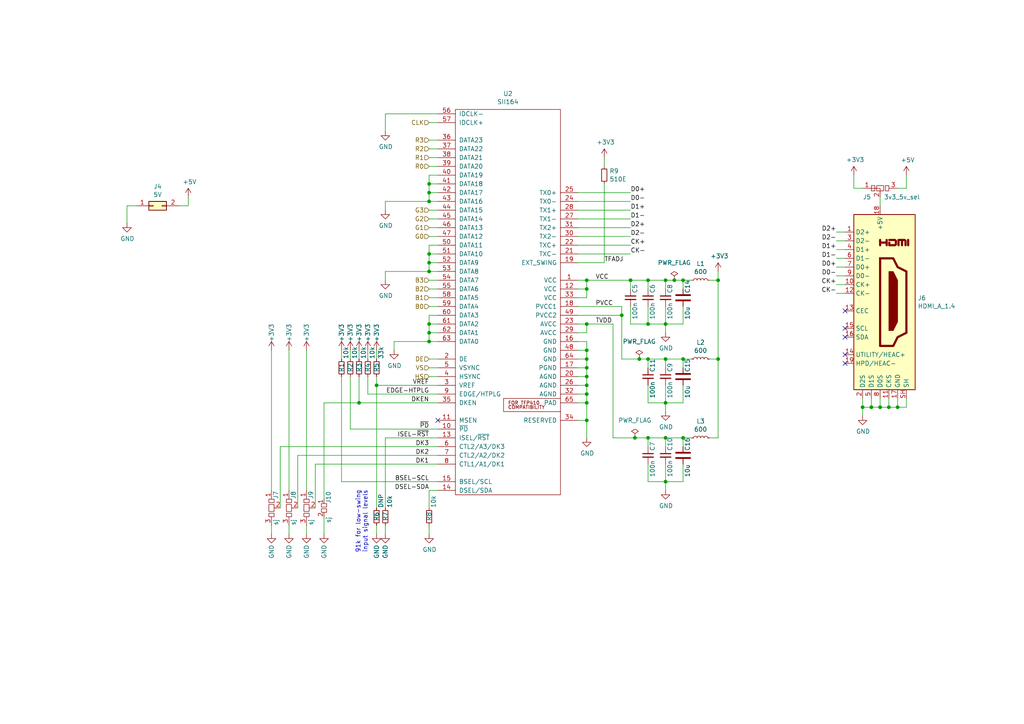
<source format=kicad_sch>
(kicad_sch (version 20230121) (generator eeschema)
  (paper "A4")
  (title_block (title "Xosera rosco_m68k daughterboard") (date "2023-12-21") (rev "0") (company "The Really Old-School Company Limited & XarkLabs") (comment 1 "Copyright (c)2023") (comment 2 "CERN OHL & MIT License"))
  (lib_symbols
    (symbol "Connector:HDMI_A_1.4"
      (property "Reference" "J" (at -6.35 26.67 0))
      (property "Value" "HDMI_A_1.4" (at 10.16 26.67 0))
      (symbol "HDMI_A_1.4_0_0"
        (polyline (pts (xy 8.128 16.51) (xy 8.128 18.034)) (stroke (width 0.635)))
        (polyline (pts (xy 0 16.51) (xy 0 18.034) (xy 0 17.272) (xy 1.905 17.272) (xy 1.905 18.034) (xy 1.905 16.51)) (stroke (width 0.635)))
        (polyline (pts (xy 2.667 18.034) (xy 4.318 18.034) (xy 4.572 17.78) (xy 4.572 16.764) (xy 4.318 16.51) (xy 2.667 16.51) (xy 2.667 17.272)) (stroke (width 0.635)))
      )
      (symbol "HDMI_A_1.4_0_1"
        (rectangle (start -7.62 25.4) (end 10.16 -25.4) (stroke (width 0.254)) (fill (type background)))
        (polyline (pts (xy 2.54 8.89) (xy 3.81 8.89) (xy 5.08 6.35) (xy 5.08 -5.715) (xy 3.81 -8.255) (xy 2.54 -8.255) (xy 2.54 8.89)) (fill (type outline)))
        (polyline (pts (xy 5.334 16.51) (xy 5.334 18.034) (xy 6.35 18.034) (xy 6.35 16.51) (xy 6.35 18.034) (xy 7.112 18.034) (xy 7.366 17.78) (xy 7.366 16.51)) (stroke (width 0.635)))
        (polyline (pts (xy 0 12.7) (xy 0 -12.7) (xy 3.81 -12.7) (xy 5.08 -10.16) (xy 7.62 -8.89) (xy 7.62 8.89) (xy 5.08 10.16) (xy 3.81 12.7) (xy 0 12.7)) (stroke (width 0.635)))
      )
      (symbol "HDMI_A_1.4_1_1"
        (pin passive line (at -10.16 20.32 0) (length 2.54) (name "D2+") (number "1"))
        (pin passive line (at -10.16 5.08 0) (length 2.54) (name "CK+") (number "10"))
        (pin power_in line (at 2.54 -27.94 90) (length 2.54) (name "CKS") (number "11"))
        (pin passive line (at -10.16 2.54 0) (length 2.54) (name "CK-") (number "12"))
        (pin bidirectional line (at -10.16 -2.54 0) (length 2.54) (name "CEC") (number "13"))
        (pin passive line (at -10.16 -15.24 0) (length 2.54) (name "UTILITY/HEAC+") (number "14"))
        (pin passive line (at -10.16 -7.62 0) (length 2.54) (name "SCL") (number "15"))
        (pin bidirectional line (at -10.16 -10.16 0) (length 2.54) (name "SDA") (number "16"))
        (pin power_in line (at 5.08 -27.94 90) (length 2.54) (name "GND") (number "17"))
        (pin power_in line (at 0 27.94 270) (length 2.54) (name "+5V") (number "18"))
        (pin passive line (at -10.16 -17.78 0) (length 2.54) (name "HPD/HEAC-") (number "19"))
        (pin power_in line (at -5.08 -27.94 90) (length 2.54) (name "D2S") (number "2"))
        (pin passive line (at -10.16 17.78 0) (length 2.54) (name "D2-") (number "3"))
        (pin passive line (at -10.16 15.24 0) (length 2.54) (name "D1+") (number "4"))
        (pin power_in line (at -2.54 -27.94 90) (length 2.54) (name "D1S") (number "5"))
        (pin passive line (at -10.16 12.7 0) (length 2.54) (name "D1-") (number "6"))
        (pin passive line (at -10.16 10.16 0) (length 2.54) (name "D0+") (number "7"))
        (pin power_in line (at 0 -27.94 90) (length 2.54) (name "D0S") (number "8"))
        (pin passive line (at -10.16 7.62 0) (length 2.54) (name "D0-") (number "9"))
        (pin passive line (at 7.62 -27.94 90) (length 2.54) (name "SH") (number "SH"))
      )
    )
    (symbol "Connector_Generic:Conn_02x01" (pin_names (offset 1.016) hide)
      (property "Reference" "J" (at 1.27 2.54 0))
      (property "Value" "Conn_02x01" (at 1.27 -2.54 0))
      (symbol "Conn_02x01_1_1"
        (rectangle (start -1.27 0.127) (end 0 -0.127) (stroke (width 0.1524)))
        (rectangle (start -1.27 1.27) (end 3.81 -1.27) (stroke (width 0.254)) (fill (type background)))
        (rectangle (start 3.81 0.127) (end 2.54 -0.127) (stroke (width 0.1524)))
        (pin passive line (at -5.08 0 0) (length 3.81) (name "Pin_1") (number "1"))
        (pin passive line (at 7.62 0 180) (length 3.81) (name "Pin_2") (number "2"))
      )
    )
    (symbol "Device:R_Small" (pin_numbers hide) (pin_names (offset 0.254) hide)
      (property "Reference" "R" (at 0.762 0.508 0))
      (property "Value" "R_Small" (at 0.762 -1.016 0))
      (symbol "R_Small_0_1"
        (rectangle (start -0.762 1.778) (end 0.762 -1.778) (stroke (width 0.2032)))
      )
      (symbol "R_Small_1_1"
        (pin passive line (at 0 2.54 270) (length 0.762) (name "~") (number "1"))
        (pin passive line (at 0 -2.54 90) (length 0.762) (name "~") (number "2"))
      )
    )
    (symbol "dvi-12bit-rescue:SII164-pkl_lattice" (pin_names (offset 1.016))
      (property "Reference" "U" (at 0 55.88 0))
      (property "Value" "pkl_lattice_SII164" (at 0 -58.42 0))
      (symbol "SII164-pkl_lattice_0_0"
        (polyline (pts (xy 15.24 -29.21) (xy 0 -29.21) (xy -1.27 -29.21) (xy -1.27 -33.02) (xy 15.24 -33.02)))
        (text "COMPATIBILITY" (at 0 -31.75 0) (effects (font (size 0.9906 0.9906)) (justify left)))
        (text "FOR TFP410 " (at 0 -30.48 0) (effects (font (size 0.9906 0.9906)) (justify left)))
      )
      (symbol "SII164-pkl_lattice_0_1"
        (rectangle (start -15.24 54.61) (end 15.24 -57.15))
      )
      (symbol "SII164-pkl_lattice_1_1"
        (pin power_in line (at 20.32 5.08 180) (length 5.08) (name "VCC") (number "1"))
        (pin input line (at -20.32 -38.1 0) (length 5.08) (name "~{PD}") (number "10"))
        (pin output line (at -20.32 -35.56 0) (length 5.08) (name "MSEN") (number "11"))
        (pin power_in line (at 20.32 2.54 180) (length 5.08) (name "VCC") (number "12"))
        (pin input line (at -20.32 -40.64 0) (length 5.08) (name "ISEL/~{RST}") (number "13"))
        (pin input line (at -20.32 -55.88 0) (length 5.08) (name "DSEL/SDA") (number "14"))
        (pin input line (at -20.32 -53.34 0) (length 5.08) (name "BSEL/SCL") (number "15"))
        (pin power_in line (at 20.32 -12.7 180) (length 5.08) (name "GND") (number "16"))
        (pin power_in line (at 20.32 -20.32 180) (length 5.08) (name "PGND") (number "17"))
        (pin power_in line (at 20.32 -2.54 180) (length 5.08) (name "PVCC1") (number "18"))
        (pin input line (at 20.32 10.16 180) (length 5.08) (name "EXT_SWING") (number "19"))
        (pin input line (at -20.32 -17.78 0) (length 5.08) (name "DE") (number "2"))
        (pin power_in line (at 20.32 -22.86 180) (length 5.08) (name "AGND") (number "20"))
        (pin output line (at 20.32 12.7 180) (length 5.08) (name "TXC-") (number "21"))
        (pin output line (at 20.32 15.24 180) (length 5.08) (name "TXC+") (number "22"))
        (pin power_in line (at 20.32 -7.62 180) (length 5.08) (name "AVCC") (number "23"))
        (pin output line (at 20.32 27.94 180) (length 5.08) (name "TX0-") (number "24"))
        (pin output line (at 20.32 30.48 180) (length 5.08) (name "TX0+") (number "25"))
        (pin power_in line (at 20.32 -25.4 180) (length 5.08) (name "AGND") (number "26"))
        (pin output line (at 20.32 22.86 180) (length 5.08) (name "TX1-") (number "27"))
        (pin output line (at 20.32 25.4 180) (length 5.08) (name "TX1+") (number "28"))
        (pin power_in line (at 20.32 -10.16 180) (length 5.08) (name "AVCC") (number "29"))
        (pin input line (at -20.32 -25.4 0) (length 5.08) (name "VREF") (number "3"))
        (pin output line (at 20.32 17.78 180) (length 5.08) (name "TX2-") (number "30"))
        (pin output line (at 20.32 20.32 180) (length 5.08) (name "TX2+") (number "31"))
        (pin power_in line (at 20.32 -27.94 180) (length 5.08) (name "AGND") (number "32"))
        (pin power_in line (at 20.32 0 180) (length 5.08) (name "VCC") (number "33"))
        (pin input line (at 20.32 -35.56 180) (length 5.08) (name "RESERVED") (number "34"))
        (pin input line (at -20.32 -30.48 0) (length 5.08) (name "DKEN") (number "35"))
        (pin input line (at -20.32 45.72 0) (length 5.08) (name "DATA23") (number "36"))
        (pin input line (at -20.32 43.18 0) (length 5.08) (name "DATA22") (number "37"))
        (pin input line (at -20.32 40.64 0) (length 5.08) (name "DATA21") (number "38"))
        (pin input line (at -20.32 38.1 0) (length 5.08) (name "DATA20") (number "39"))
        (pin input line (at -20.32 -22.86 0) (length 5.08) (name "HSYNC") (number "4"))
        (pin input line (at -20.32 35.56 0) (length 5.08) (name "DATA19") (number "40"))
        (pin input line (at -20.32 33.02 0) (length 5.08) (name "DATA18") (number "41"))
        (pin input line (at -20.32 30.48 0) (length 5.08) (name "DATA17") (number "42"))
        (pin input line (at -20.32 27.94 0) (length 5.08) (name "DATA16") (number "43"))
        (pin input line (at -20.32 25.4 0) (length 5.08) (name "DATA15") (number "44"))
        (pin input line (at -20.32 22.86 0) (length 5.08) (name "DATA14") (number "45"))
        (pin input line (at -20.32 20.32 0) (length 5.08) (name "DATA13") (number "46"))
        (pin input line (at -20.32 17.78 0) (length 5.08) (name "DATA12") (number "47"))
        (pin power_in line (at 20.32 -15.24 180) (length 5.08) (name "GND") (number "48"))
        (pin power_in line (at 20.32 -5.08 180) (length 5.08) (name "PVCC2") (number "49"))
        (pin input line (at -20.32 -20.32 0) (length 5.08) (name "VSYNC") (number "5"))
        (pin input line (at -20.32 15.24 0) (length 5.08) (name "DATA11") (number "50"))
        (pin input line (at -20.32 12.7 0) (length 5.08) (name "DATA10") (number "51"))
        (pin input line (at -20.32 10.16 0) (length 5.08) (name "DATA9") (number "52"))
        (pin input line (at -20.32 7.62 0) (length 5.08) (name "DATA8") (number "53"))
        (pin input line (at -20.32 5.08 0) (length 5.08) (name "DATA7") (number "54"))
        (pin input line (at -20.32 2.54 0) (length 5.08) (name "DATA6") (number "55"))
        (pin input line (at -20.32 53.34 0) (length 5.08) (name "IDCLK-") (number "56"))
        (pin input line (at -20.32 50.8 0) (length 5.08) (name "IDCLK+") (number "57"))
        (pin input line (at -20.32 0 0) (length 5.08) (name "DATA5") (number "58"))
        (pin input line (at -20.32 -2.54 0) (length 5.08) (name "DATA4") (number "59"))
        (pin input line (at -20.32 -43.18 0) (length 5.08) (name "CTL2/A3/DK3") (number "6"))
        (pin input line (at -20.32 -5.08 0) (length 5.08) (name "DATA3") (number "60"))
        (pin input line (at -20.32 -7.62 0) (length 5.08) (name "DATA2") (number "61"))
        (pin input line (at -20.32 -10.16 0) (length 5.08) (name "DATA1") (number "62"))
        (pin input line (at -20.32 -12.7 0) (length 5.08) (name "DATA0") (number "63"))
        (pin power_in line (at 20.32 -17.78 180) (length 5.08) (name "GND") (number "64"))
        (pin power_in line (at 20.32 -30.48 180) (length 5.08) (name "PAD") (number "65"))
        (pin input line (at -20.32 -45.72 0) (length 5.08) (name "CTL2/A2/DK2") (number "7"))
        (pin input line (at -20.32 -48.26 0) (length 5.08) (name "CTL1/A1/DK1") (number "8"))
        (pin input line (at -20.32 -27.94 0) (length 5.08) (name "EDGE/HTPLG") (number "9"))
      )
    )
    (symbol "dvi-12bit-rescue:pkl_C-pkl_device" (pin_numbers hide) (pin_names (offset 0.254))
      (property "Reference" "C" (at 0.635 2.54 0))
      (property "Value" "pkl_device_pkl_C" (at 0.635 -2.54 0))
      (symbol "pkl_C-pkl_device_0_1"
        (polyline (pts (xy -2.032 -0.762) (xy 2.032 -0.762)) (stroke (width 0.508)))
        (polyline (pts (xy -2.032 0.762) (xy 2.032 0.762)) (stroke (width 0.508)))
      )
      (symbol "pkl_C-pkl_device_1_1"
        (pin passive line (at 0 2.54 270) (length 1.524) (name "~") (number "1"))
        (pin passive line (at 0 -2.54 90) (length 1.524) (name "~") (number "2"))
      )
    )
    (symbol "dvi-12bit-rescue:pkl_C_Small-pkl_device" (pin_numbers hide) (pin_names (offset 0.254) hide)
      (property "Reference" "C" (at 0.254 1.778 0))
      (property "Value" "pkl_device_pkl_C_Small" (at 0.254 -2.032 0))
      (symbol "pkl_C_Small-pkl_device_0_1"
        (polyline (pts (xy -1.524 -0.508) (xy 1.524 -0.508)) (stroke (width 0.3302)))
        (polyline (pts (xy -1.524 0.508) (xy 1.524 0.508)) (stroke (width 0.3048)))
      )
      (symbol "pkl_C_Small-pkl_device_1_1"
        (pin passive line (at 0 2.54 270) (length 1.905) (name "~") (number "1"))
        (pin passive line (at 0 -2.54 90) (length 2.032) (name "~") (number "2"))
      )
    )
    (symbol "dvi-12bit-rescue:pkl_L_Small-pkl_device" (pin_numbers hide) (pin_names (offset 0) hide)
      (property "Reference" "L" (at 1.524 1.27 0))
      (property "Value" "pkl_device_pkl_L_Small" (at 1.524 -1.27 0))
      (symbol "pkl_L_Small-pkl_device_0_1"
        (arc (start 0 -2.032) (mid 0.5058 -1.524) (end 0 -1.016))
        (arc (start 0 -1.016) (mid 0.5058 -0.508) (end 0 0))
        (arc (start 0 0) (mid 0.5058 0.508) (end 0 1.016))
        (arc (start 0 1.016) (mid 0.5058 1.524) (end 0 2.032))
      )
      (symbol "pkl_L_Small-pkl_device_1_1"
        (pin input line (at 0 -2.54 90) (length 0.508) (name "1") (number "1"))
        (pin input line (at 0 2.54 270) (length 0.508) (name "2") (number "2"))
      )
    )
    (symbol "dvi-12bit-rescue:pkl_double_jumper-pkl_misc" (pin_names (offset 1.016))
      (property "Reference" "J" (at 0 -2.54 0))
      (property "Value" "pkl_misc_pkl_double_jumper" (at 0 -5.08 0))
      (symbol "pkl_double_jumper-pkl_misc_0_0"
        (polyline (pts (xy 0 1.27) (xy 0 0.762)))
      )
      (symbol "pkl_double_jumper-pkl_misc_0_1"
        (rectangle (start 1.524 0.762) (end 2.54 -0.762))
      )
      (symbol "pkl_double_jumper-pkl_misc_1_1"
        (rectangle (start -2.54 0.762) (end -1.524 -0.762))
        (rectangle (start -1.016 0.762) (end 1.016 -0.762))
        (pin passive line (at -5.08 0 0) (length 2.54) (name "~") (number "1"))
        (pin passive line (at 0 2.54 270) (length 1.27) (name "~") (number "2"))
        (pin passive line (at 5.08 0 180) (length 2.54) (name "~") (number "3"))
      )
    )
    (symbol "dvi-12bit-rescue:pkl_double_jumper_ncno-pkl_misc" (pin_names (offset 1.016))
      (property "Reference" "J" (at 0 -2.54 0))
      (property "Value" "pkl_misc_pkl_double_jumper_ncno" (at 0 -5.08 0))
      (symbol "pkl_double_jumper_ncno-pkl_misc_0_1"
        (polyline (pts (xy 0 1.27) (xy 0 0) (xy -2.54 0)))
        (rectangle (start 1.524 0.762) (end 2.54 -0.762))
      )
      (symbol "pkl_double_jumper_ncno-pkl_misc_1_1"
        (rectangle (start -2.54 0.762) (end -1.524 -0.762))
        (rectangle (start -1.016 0.762) (end 1.016 -0.762))
        (pin passive line (at -5.08 0 0) (length 2.54) (name "~") (number "1"))
        (pin passive line (at 0 2.54 270) (length 1.27) (name "~") (number "2"))
        (pin passive line (at 5.08 0 180) (length 2.54) (name "~") (number "3"))
      )
    )
    (symbol "dvi-12bit-rescue:pkl_jumper-pkl_misc" (pin_names (offset 1.016))
      (property "Reference" "J" (at 2.54 -2.54 0))
      (property "Value" "pkl_misc_pkl_jumper" (at 0 3.81 0))
      (symbol "pkl_jumper-pkl_misc_0_1"
        (rectangle (start -1.27 0.762) (end -0.254 -0.762))
        (rectangle (start 0.254 0.762) (end 1.27 -0.762))
      )
      (symbol "pkl_jumper-pkl_misc_1_1"
        (pin passive line (at -2.54 0 0) (length 1.27) (name "~") (number "1"))
        (pin passive line (at 2.54 0 180) (length 1.27) (name "~") (number "2"))
      )
    )
    (symbol "power:+3V3" (power) (pin_names (offset 0))
      (property "Value" "+3V3" (at 0 3.556 0))
      (symbol "+3V3_0_1"
        (polyline (pts (xy -0.762 1.27) (xy 0 2.54)))
        (polyline (pts (xy 0 0) (xy 0 2.54)))
        (polyline (pts (xy 0 2.54) (xy 0.762 1.27)))
      )
      (symbol "+3V3_1_1"
        (pin power_in line (at 0 0 90) (length 0) hide (name "+3V3") (number "1"))
      )
    )
    (symbol "power:+5V" (power) (pin_names (offset 0))
      (property "Value" "+5V" (at 0 3.556 0))
      (symbol "+5V_0_1"
        (polyline (pts (xy -0.762 1.27) (xy 0 2.54)))
        (polyline (pts (xy 0 0) (xy 0 2.54)))
        (polyline (pts (xy 0 2.54) (xy 0.762 1.27)))
      )
      (symbol "+5V_1_1"
        (pin power_in line (at 0 0 90) (length 0) hide (name "+5V") (number "1"))
      )
    )
    (symbol "power:GND" (power) (pin_names (offset 0))
      (property "Value" "GND" (at 0 -3.81 0))
      (symbol "GND_0_1"
        (polyline (pts (xy 0 0) (xy 0 -1.27) (xy 1.27 -1.27) (xy 0 -2.54) (xy -1.27 -1.27) (xy 0 -1.27)))
      )
      (symbol "GND_1_1"
        (pin power_in line (at 0 0 270) (length 0) hide (name "GND") (number "1"))
      )
    )
    (symbol "power:PWR_FLAG" (power) (pin_numbers hide) (pin_names (offset 0) hide)
      (property "Value" "PWR_FLAG" (at 0 3.81 0))
      (symbol "PWR_FLAG_0_0"
        (pin power_out line (at 0 0 90) (length 0) (name "pwr") (number "1"))
      )
      (symbol "PWR_FLAG_0_1"
        (polyline (pts (xy 0 0) (xy 0 1.27) (xy -1.016 1.905) (xy 0 2.54) (xy 1.016 1.905) (xy 0 1.27)))
      )
    )
  )
  (junction (at 257.81 118.11))
  (junction (at 124.46 99.06))
  (junction (at 193.04 116.84))
  (junction (at 182.88 81.28))
  (junction (at 170.18 109.22))
  (junction (at 124.46 73.66))
  (junction (at 198.12 104.14))
  (junction (at 193.04 104.14))
  (junction (at 180.34 91.44))
  (junction (at 170.18 81.28))
  (junction (at 109.22 111.76))
  (junction (at 170.18 101.6))
  (junction (at 187.96 127))
  (junction (at 187.96 81.28))
  (junction (at 124.46 93.98))
  (junction (at 124.46 53.34))
  (junction (at 198.12 81.28))
  (junction (at 195.58 81.28))
  (junction (at 170.18 121.92))
  (junction (at 193.04 81.28))
  (junction (at 185.42 104.14))
  (junction (at 193.04 127))
  (junction (at 170.18 106.68))
  (junction (at 124.46 76.2))
  (junction (at 187.96 93.98))
  (junction (at 104.14 116.84))
  (junction (at 187.96 104.14))
  (junction (at 193.04 139.7))
  (junction (at 255.27 118.11))
  (junction (at 124.46 78.74))
  (junction (at 193.04 93.98))
  (junction (at 124.46 58.42))
  (junction (at 170.18 83.82))
  (junction (at 184.15 127))
  (junction (at 170.18 114.3))
  (junction (at 170.18 104.14))
  (junction (at 198.12 127))
  (junction (at 208.28 104.14))
  (junction (at 124.46 55.88))
  (junction (at 124.46 96.52))
  (junction (at 260.35 118.11))
  (junction (at 170.18 93.98))
  (junction (at 208.28 81.28))
  (junction (at 252.73 118.11))
  (junction (at 170.18 111.76))
  (junction (at 250.19 118.11))
  (junction (at 170.18 116.84))
  (no_connect (at 127 121.92))
  (no_connect (at 245.11 90.17))
  (no_connect (at 245.11 102.87))
  (no_connect (at 245.11 97.79))
  (no_connect (at 245.11 95.25))
  (no_connect (at 245.11 105.41))
  (wire (pts (xy 187.96 127) (xy 187.96 129.54)))
  (wire (pts (xy 127 63.5) (xy 124.46 63.5)))
  (wire (pts (xy 257.81 118.11) (xy 255.27 118.11)))
  (wire (pts (xy 39.37 59.69) (xy 36.83 59.69)))
  (wire (pts (xy 245.11 77.47) (xy 242.57 77.47)))
  (wire (pts (xy 124.46 55.88) (xy 124.46 53.34)))
  (wire (pts (xy 93.98 144.78) (xy 93.98 116.84)))
  (wire (pts (xy 104.14 116.84) (xy 127 116.84)))
  (wire (pts (xy 127 142.24) (xy 124.46 142.24)))
  (wire (pts (xy 81.28 129.54) (xy 81.28 147.32)))
  (wire (pts (xy 167.64 99.06) (xy 170.18 99.06)))
  (wire (pts (xy 127 71.12) (xy 124.46 71.12)))
  (wire (pts (xy 198.12 104.14) (xy 200.66 104.14)))
  (wire (pts (xy 187.96 88.9) (xy 187.96 93.98)))
  (wire (pts (xy 81.28 129.54) (xy 127 129.54)))
  (wire (pts (xy 88.9 152.4) (xy 88.9 154.94)))
  (wire (pts (xy 86.36 147.32) (xy 86.36 132.08)))
  (wire (pts (xy 83.82 142.24) (xy 83.82 101.6)))
  (wire (pts (xy 114.3 99.06) (xy 124.46 99.06)))
  (wire (pts (xy 127 58.42) (xy 124.46 58.42)))
  (wire (pts (xy 187.96 104.14) (xy 187.96 106.68)))
  (wire (pts (xy 245.11 80.01) (xy 242.57 80.01)))
  (wire (pts (xy 184.15 127) (xy 187.96 127)))
  (wire (pts (xy 109.22 152.4) (xy 109.22 154.94)))
  (wire (pts (xy 175.26 76.2) (xy 175.26 53.34)))
  (wire (pts (xy 245.11 74.93) (xy 242.57 74.93)))
  (wire (pts (xy 124.46 99.06) (xy 124.46 96.52)))
  (wire (pts (xy 187.96 116.84) (xy 193.04 116.84)))
  (wire (pts (xy 109.22 111.76) (xy 109.22 147.32)))
  (wire (pts (xy 208.28 81.28) (xy 208.28 78.74)))
  (wire (pts (xy 195.58 81.28) (xy 198.12 81.28)))
  (wire (pts (xy 187.96 127) (xy 193.04 127)))
  (wire (pts (xy 99.06 104.14) (xy 99.06 101.6)))
  (wire (pts (xy 101.6 124.46) (xy 101.6 109.22)))
  (wire (pts (xy 170.18 121.92) (xy 170.18 127)))
  (wire (pts (xy 170.18 101.6) (xy 170.18 104.14)))
  (wire (pts (xy 245.11 67.31) (xy 242.57 67.31)))
  (wire (pts (xy 127 48.26) (xy 124.46 48.26)))
  (wire (pts (xy 127 45.72) (xy 124.46 45.72)))
  (wire (pts (xy 167.64 104.14) (xy 170.18 104.14)))
  (wire (pts (xy 187.96 81.28) (xy 182.88 81.28)))
  (wire (pts (xy 252.73 118.11) (xy 250.19 118.11)))
  (wire (pts (xy 93.98 149.86) (xy 93.98 154.94)))
  (wire (pts (xy 52.07 59.69) (xy 54.61 59.69)))
  (wire (pts (xy 93.98 116.84) (xy 104.14 116.84)))
  (wire (pts (xy 54.61 59.69) (xy 54.61 57.15)))
  (wire (pts (xy 205.74 127) (xy 208.28 127)))
  (wire (pts (xy 177.8 93.98) (xy 177.8 127)))
  (wire (pts (xy 111.76 127) (xy 127 127)))
  (wire (pts (xy 127 53.34) (xy 124.46 53.34)))
  (wire (pts (xy 167.64 68.58) (xy 182.88 68.58)))
  (wire (pts (xy 127 91.44) (xy 124.46 91.44)))
  (wire (pts (xy 167.64 81.28) (xy 170.18 81.28)))
  (wire (pts (xy 250.19 54.61) (xy 247.65 54.61)))
  (wire (pts (xy 193.04 139.7) (xy 193.04 142.24)))
  (wire (pts (xy 198.12 93.98) (xy 198.12 88.9)))
  (wire (pts (xy 177.8 127) (xy 184.15 127)))
  (wire (pts (xy 167.64 116.84) (xy 170.18 116.84)))
  (wire (pts (xy 187.96 93.98) (xy 193.04 93.98)))
  (wire (pts (xy 187.96 81.28) (xy 187.96 83.82)))
  (wire (pts (xy 193.04 104.14) (xy 193.04 106.68)))
  (wire (pts (xy 101.6 124.46) (xy 127 124.46)))
  (wire (pts (xy 127 43.18) (xy 124.46 43.18)))
  (wire (pts (xy 127 88.9) (xy 124.46 88.9)))
  (wire (pts (xy 106.68 104.14) (xy 106.68 101.6)))
  (wire (pts (xy 180.34 91.44) (xy 180.34 104.14)))
  (wire (pts (xy 127 111.76) (xy 109.22 111.76)))
  (wire (pts (xy 170.18 104.14) (xy 170.18 106.68)))
  (wire (pts (xy 167.64 83.82) (xy 170.18 83.82)))
  (wire (pts (xy 262.89 115.57) (xy 262.89 118.11)))
  (wire (pts (xy 260.35 54.61) (xy 262.89 54.61)))
  (wire (pts (xy 109.22 111.76) (xy 109.22 109.22)))
  (wire (pts (xy 99.06 139.7) (xy 127 139.7)))
  (wire (pts (xy 124.46 81.28) (xy 127 81.28)))
  (wire (pts (xy 198.12 127) (xy 198.12 129.54)))
  (wire (pts (xy 193.04 93.98) (xy 198.12 93.98)))
  (wire (pts (xy 187.96 104.14) (xy 193.04 104.14)))
  (wire (pts (xy 104.14 101.6) (xy 104.14 104.14)))
  (wire (pts (xy 127 66.04) (xy 124.46 66.04)))
  (wire (pts (xy 167.64 111.76) (xy 170.18 111.76)))
  (wire (pts (xy 127 96.52) (xy 124.46 96.52)))
  (wire (pts (xy 124.46 96.52) (xy 124.46 93.98)))
  (wire (pts (xy 111.76 33.02) (xy 127 33.02)))
  (wire (pts (xy 78.74 142.24) (xy 78.74 101.6)))
  (wire (pts (xy 250.19 118.11) (xy 250.19 120.65)))
  (wire (pts (xy 167.64 76.2) (xy 175.26 76.2)))
  (wire (pts (xy 167.64 66.04) (xy 182.88 66.04)))
  (wire (pts (xy 198.12 116.84) (xy 198.12 111.76)))
  (wire (pts (xy 262.89 118.11) (xy 260.35 118.11)))
  (wire (pts (xy 124.46 78.74) (xy 111.76 78.74)))
  (wire (pts (xy 193.04 81.28) (xy 195.58 81.28)))
  (wire (pts (xy 127 99.06) (xy 124.46 99.06)))
  (wire (pts (xy 170.18 116.84) (xy 170.18 121.92)))
  (wire (pts (xy 127 104.14) (xy 124.46 104.14)))
  (wire (pts (xy 187.96 134.62) (xy 187.96 139.7)))
  (wire (pts (xy 170.18 86.36) (xy 170.18 83.82)))
  (wire (pts (xy 111.76 38.1) (xy 111.76 33.02)))
  (wire (pts (xy 193.04 93.98) (xy 193.04 96.52)))
  (wire (pts (xy 193.04 127) (xy 198.12 127)))
  (wire (pts (xy 257.81 115.57) (xy 257.81 118.11)))
  (wire (pts (xy 167.64 121.92) (xy 170.18 121.92)))
  (wire (pts (xy 167.64 86.36) (xy 170.18 86.36)))
  (wire (pts (xy 167.64 93.98) (xy 170.18 93.98)))
  (wire (pts (xy 180.34 91.44) (xy 167.64 91.44)))
  (wire (pts (xy 167.64 60.96) (xy 182.88 60.96)))
  (wire (pts (xy 109.22 101.6) (xy 109.22 104.14)))
  (wire (pts (xy 193.04 111.76) (xy 193.04 116.84)))
  (wire (pts (xy 167.64 63.5) (xy 182.88 63.5)))
  (wire (pts (xy 127 78.74) (xy 124.46 78.74)))
  (wire (pts (xy 124.46 73.66) (xy 124.46 71.12)))
  (wire (pts (xy 245.11 82.55) (xy 242.57 82.55)))
  (wire (pts (xy 255.27 57.15) (xy 255.27 59.69)))
  (wire (pts (xy 124.46 53.34) (xy 124.46 50.8)))
  (wire (pts (xy 104.14 116.84) (xy 104.14 109.22)))
  (wire (pts (xy 245.11 85.09) (xy 242.57 85.09)))
  (wire (pts (xy 124.46 40.64) (xy 127 40.64)))
  (wire (pts (xy 255.27 118.11) (xy 252.73 118.11)))
  (wire (pts (xy 262.89 54.61) (xy 262.89 50.8)))
  (wire (pts (xy 167.64 73.66) (xy 182.88 73.66)))
  (wire (pts (xy 180.34 104.14) (xy 185.42 104.14)))
  (wire (pts (xy 124.46 60.96) (xy 127 60.96)))
  (wire (pts (xy 124.46 76.2) (xy 124.46 73.66)))
  (wire (pts (xy 185.42 104.14) (xy 187.96 104.14)))
  (wire (pts (xy 78.74 152.4) (xy 78.74 154.94)))
  (wire (pts (xy 167.64 101.6) (xy 170.18 101.6)))
  (wire (pts (xy 124.46 152.4) (xy 124.46 154.94)))
  (wire (pts (xy 167.64 71.12) (xy 182.88 71.12)))
  (wire (pts (xy 193.04 139.7) (xy 198.12 139.7)))
  (wire (pts (xy 167.64 88.9) (xy 180.34 88.9)))
  (wire (pts (xy 193.04 116.84) (xy 193.04 119.38)))
  (wire (pts (xy 245.11 72.39) (xy 242.57 72.39)))
  (wire (pts (xy 170.18 99.06) (xy 170.18 101.6)))
  (wire (pts (xy 127 93.98) (xy 124.46 93.98)))
  (wire (pts (xy 167.64 106.68) (xy 170.18 106.68)))
  (wire (pts (xy 187.96 111.76) (xy 187.96 116.84)))
  (wire (pts (xy 193.04 81.28) (xy 187.96 81.28)))
  (wire (pts (xy 250.19 115.57) (xy 250.19 118.11)))
  (wire (pts (xy 170.18 114.3) (xy 170.18 116.84)))
  (wire (pts (xy 200.66 81.28) (xy 198.12 81.28)))
  (wire (pts (xy 182.88 93.98) (xy 187.96 93.98)))
  (wire (pts (xy 198.12 139.7) (xy 198.12 134.62)))
  (wire (pts (xy 247.65 54.61) (xy 247.65 50.8)))
  (wire (pts (xy 193.04 104.14) (xy 198.12 104.14)))
  (wire (pts (xy 106.68 114.3) (xy 127 114.3)))
  (wire (pts (xy 124.46 58.42) (xy 124.46 55.88)))
  (wire (pts (xy 193.04 116.84) (xy 198.12 116.84)))
  (wire (pts (xy 127 76.2) (xy 124.46 76.2)))
  (wire (pts (xy 198.12 127) (xy 200.66 127)))
  (wire (pts (xy 252.73 115.57) (xy 252.73 118.11)))
  (wire (pts (xy 86.36 132.08) (xy 127 132.08)))
  (wire (pts (xy 205.74 81.28) (xy 208.28 81.28)))
  (wire (pts (xy 167.64 55.88) (xy 182.88 55.88)))
  (wire (pts (xy 83.82 154.94) (xy 83.82 152.4)))
  (wire (pts (xy 127 68.58) (xy 124.46 68.58)))
  (wire (pts (xy 124.46 58.42) (xy 111.76 58.42)))
  (wire (pts (xy 124.46 93.98) (xy 124.46 91.44)))
  (wire (pts (xy 99.06 139.7) (xy 99.06 109.22)))
  (wire (pts (xy 101.6 104.14) (xy 101.6 101.6)))
  (wire (pts (xy 182.88 88.9) (xy 182.88 93.98)))
  (wire (pts (xy 91.44 147.32) (xy 91.44 134.62)))
  (wire (pts (xy 180.34 88.9) (xy 180.34 91.44)))
  (wire (pts (xy 198.12 81.28) (xy 198.12 83.82)))
  (wire (pts (xy 127 73.66) (xy 124.46 73.66)))
  (wire (pts (xy 208.28 81.28) (xy 208.28 104.14)))
  (wire (pts (xy 170.18 96.52) (xy 170.18 93.98)))
  (wire (pts (xy 127 109.22) (xy 124.46 109.22)))
  (wire (pts (xy 193.04 134.62) (xy 193.04 139.7)))
  (wire (pts (xy 111.76 58.42) (xy 111.76 60.96)))
  (wire (pts (xy 36.83 59.69) (xy 36.83 64.77)))
  (wire (pts (xy 170.18 109.22) (xy 170.18 111.76)))
  (wire (pts (xy 260.35 115.57) (xy 260.35 118.11)))
  (wire (pts (xy 111.76 152.4) (xy 111.76 154.94)))
  (wire (pts (xy 124.46 142.24) (xy 124.46 147.32)))
  (wire (pts (xy 208.28 104.14) (xy 205.74 104.14)))
  (wire (pts (xy 193.04 88.9) (xy 193.04 93.98)))
  (wire (pts (xy 167.64 109.22) (xy 170.18 109.22)))
  (wire (pts (xy 245.11 69.85) (xy 242.57 69.85)))
  (wire (pts (xy 127 106.68) (xy 124.46 106.68)))
  (wire (pts (xy 170.18 93.98) (xy 177.8 93.98)))
  (wire (pts (xy 255.27 115.57) (xy 255.27 118.11)))
  (wire (pts (xy 114.3 99.06) (xy 114.3 101.6)))
  (wire (pts (xy 193.04 81.28) (xy 193.04 83.82)))
  (wire (pts (xy 111.76 147.32) (xy 111.76 127)))
  (wire (pts (xy 106.68 114.3) (xy 106.68 109.22)))
  (wire (pts (xy 127 83.82) (xy 124.46 83.82)))
  (wire (pts (xy 170.18 83.82) (xy 170.18 81.28)))
  (wire (pts (xy 167.64 114.3) (xy 170.18 114.3)))
  (wire (pts (xy 167.64 58.42) (xy 182.88 58.42)))
  (wire (pts (xy 187.96 139.7) (xy 193.04 139.7)))
  (wire (pts (xy 170.18 111.76) (xy 170.18 114.3)))
  (wire (pts (xy 182.88 81.28) (xy 170.18 81.28)))
  (wire (pts (xy 127 35.56) (xy 124.46 35.56)))
  (wire (pts (xy 182.88 81.28) (xy 182.88 83.82)))
  (wire (pts (xy 208.28 127) (xy 208.28 104.14)))
  (wire (pts (xy 175.26 48.26) (xy 175.26 45.72)))
  (wire (pts (xy 91.44 134.62) (xy 127 134.62)))
  (wire (pts (xy 167.64 96.52) (xy 170.18 96.52)))
  (wire (pts (xy 127 55.88) (xy 124.46 55.88)))
  (wire (pts (xy 127 86.36) (xy 124.46 86.36)))
  (wire (pts (xy 111.76 78.74) (xy 111.76 81.28)))
  (wire (pts (xy 198.12 104.14) (xy 198.12 106.68)))
  (wire (pts (xy 124.46 78.74) (xy 124.46 76.2)))
  (wire (pts (xy 170.18 106.68) (xy 170.18 109.22)))
  (wire (pts (xy 88.9 142.24) (xy 88.9 101.6)))
  (wire (pts (xy 193.04 127) (xy 193.04 129.54)))
  (wire (pts (xy 260.35 118.11) (xy 257.81 118.11)))
  (wire (pts (xy 127 50.8) (xy 124.46 50.8)))
  (text "91k for low-swing\ninput signal levels" (at 106.68 142.24 90) (effects (font (size 1.27 1.27)) (justify right bottom)))
  (label "DKEN" (at 124.46 116.84 180))
  (label "CK-" (at 182.88 73.66 0))
  (label "PVCC" (at 172.72 88.9 0))
  (label "EDGE-HTPLG" (at 124.46 114.3 180))
  (label "CK-" (at 242.57 85.09 180))
  (label "TVDD" (at 172.72 93.98 0))
  (label "D2+" (at 242.57 67.31 180))
  (label "BSEL-SCL" (at 124.46 139.7 180))
  (label "D1-" (at 182.88 63.5 0))
  (label "D0+" (at 242.57 77.47 180))
  (label "D1+" (at 242.57 72.39 180))
  (label "CK+" (at 242.57 82.55 180))
  (label "D0+" (at 182.88 55.88 0))
  (label "CK+" (at 182.88 71.12 0))
  (label "VCC" (at 172.72 81.28 0))
  (label "TFADJ" (at 175.26 76.2 0))
  (label "D2-" (at 182.88 68.58 0))
  (label "VREF" (at 124.46 111.76 180))
  (label "D0-" (at 242.57 80.01 180))
  (label "DK3" (at 124.46 129.54 180))
  (label "D2+" (at 182.88 66.04 0))
  (label "DK2" (at 124.46 132.08 180))
  (label "D2-" (at 242.57 69.85 180))
  (label "ISEL-~{RST}" (at 124.46 127 180))
  (label "D1-" (at 242.57 74.93 180))
  (label "D1+" (at 182.88 60.96 0))
  (label "DK1" (at 124.46 134.62 180))
  (label "DSEL-SDA" (at 124.46 142.24 180))
  (label "D0-" (at 182.88 58.42 0))
  (label "~{PD}" (at 124.46 124.46 180))
  (hierarchical_label "G3" (shape input) (at 124.46 60.96 180))
  (hierarchical_label "CLK" (shape input) (at 124.46 35.56 180))
  (hierarchical_label "B3" (shape input) (at 124.46 81.28 180))
  (hierarchical_label "G0" (shape input) (at 124.46 68.58 180))
  (hierarchical_label "B1" (shape input) (at 124.46 86.36 180))
  (hierarchical_label "R1" (shape input) (at 124.46 45.72 180))
  (hierarchical_label "R0" (shape input) (at 124.46 48.26 180))
  (hierarchical_label "G1" (shape input) (at 124.46 66.04 180))
  (hierarchical_label "VS" (shape input) (at 124.46 106.68 180))
  (hierarchical_label "DE" (shape input) (at 124.46 104.14 180))
  (hierarchical_label "HS" (shape input) (at 124.46 109.22 180))
  (hierarchical_label "R3" (shape input) (at 124.46 40.64 180))
  (hierarchical_label "B0" (shape input) (at 124.46 88.9 180))
  (hierarchical_label "R2" (shape input) (at 124.46 43.18 180))
  (hierarchical_label "B2" (shape input) (at 124.46 83.82 180))
  (hierarchical_label "G2" (shape input) (at 124.46 63.5 180))
  (symbol (lib_id "power:GND") (at 88.9 154.94 0) (unit 1)
    (property "Reference" "#PWR0129" (effects hide))
    (property "Value" "GND" (at 88.9 160.02 90))
    (instances (project "dvi-12bit" (path "" (reference "#PWR0129") (unit 1))) (project "Xosera2" (path "" (reference "#PWR091") (unit 1))))
  )
  (symbol (lib_id "power:+3V3") (at 109.22 101.6 0) (unit 1)
    (property "Reference" "#PWR0106" (effects hide))
    (property "Value" "+3V3" (at 109.22 96.52 90))
    (instances (project "dvi-12bit" (path "" (reference "#PWR0106") (unit 1))) (project "Xosera2" (path "" (reference "#PWR097") (unit 1))))
  )
  (symbol (lib_id "power:+3V3") (at 175.26 45.72 0) (unit 1)
    (property "Reference" "#PWR0108" (effects hide))
    (property "Value" "+3V3" (at 175.641 41.2496 0))
    (instances (project "dvi-12bit" (path "" (reference "#PWR0108") (unit 1))) (project "Xosera2" (path "" (reference "#PWR0106") (unit 1))))
  )
  (symbol (lib_id "Device:R_Small") (at 175.26 50.8 0) (unit 1)
    (property "Reference" "R9" (at 176.7586 49.6062 0) (effects (justify left)))
    (property "Value" "510E" (at 176.7586 51.9684 0) (effects (justify left)))
    (property "Footprint" "pkl_dipol:R_0402" (effects hide))
    (property "Key" "res-0402-510" (effects hide))
    (property "Source" "ANY" (effects hide))
    (instances (project "dvi-12bit" (path "" (reference "R9") (unit 1))) (project "Xosera2" (path "" (reference "R39") (unit 1))))
  )
  (symbol (lib_id "power:GND") (at 193.04 119.38 0) (unit 1)
    (property "Reference" "#PWR0111" (effects hide))
    (property "Value" "GND" (at 193.167 123.8504 0))
    (instances (project "dvi-12bit" (path "" (reference "#PWR0111") (unit 1))) (project "Xosera2" (path "" (reference "#PWR0108") (unit 1))))
  )
  (symbol (lib_id "dvi-12bit-rescue:pkl_double_jumper_ncno-pkl_misc") (at 255.27 54.61 0) (mirror x) (unit 1)
    (property "Reference" "J5" (at 251.46 57.15 0))
    (property "Value" "3v3_5v_sel" (at 261.62 57.15 0))
    (property "Footprint" "pkl_jumpers:J_NCNO_0903_30" (effects hide))
    (instances (project "dvi-12bit" (path "" (reference "J5") (unit 1))) (project "Xosera2" (path "" (reference "J21") (unit 1))))
  )
  (symbol (lib_id "power:GND") (at 170.18 127 0) (unit 1)
    (property "Reference" "#PWR0103" (effects hide))
    (property "Value" "GND" (at 170.307 131.4704 0))
    (instances (project "dvi-12bit" (path "" (reference "#PWR0103") (unit 1))) (project "Xosera2" (path "" (reference "#PWR0105") (unit 1))))
  )
  (symbol (lib_id "dvi-12bit-rescue:pkl_L_Small-pkl_device") (at 203.2 104.14 90) (unit 1)
    (property "Reference" "L2" (at 203.2 99.314 90))
    (property "Value" "600" (at 203.2 101.6762 90))
    (property "Footprint" "pkl_dipol:L_0402" (effects hide))
    (property "Key" "ferrite-0402-600" (effects hide))
    (property "Source" "ANY" (effects hide))
  )
  (symbol (lib_id "dvi-12bit-rescue:pkl_C_Small-pkl_device") (at 187.96 86.36 0) (unit 1)
    (property "Reference" "C6" (at 189.23 85.09 90) (effects (justify left)))
    (property "Value" "100n" (at 189.23 92.71 90) (effects (justify left)))
    (property "Footprint" "pkl_dipol:C_0402" (effects hide))
    (property "Key" "cap-cer-0402-100n" (effects hide))
    (property "Source" "ANY" (effects hide))
    (instances (project "dvi-12bit" (path "" (reference "C6") (unit 1))) (project "Xosera2" (path "" (reference "C51") (unit 1))))
  )
  (symbol (lib_id "dvi-12bit-rescue:pkl_jumper-pkl_misc") (at 93.98 147.32 270) (unit 1)
    (property "Reference" "J10" (at 95.25 146.05 0) (effects (justify right)))
    (property "Value" "sj" (at 95.25 149.86 0) (effects (justify left)))
    (property "Footprint" "pkl_jumpers:J_0603" (effects hide))
    (instances (project "dvi-12bit" (path "" (reference "J10") (unit 1))) (project "Xosera2" (path "" (reference "J20") (unit 1))))
  )
  (symbol (lib_id "Device:R_Small") (at 104.14 106.68 0) (unit 1)
    (property "Reference" "R3" (at 104.14 107.95 90) (effects (justify left)))
    (property "Value" "10k" (at 105.41 104.14 90) (effects (justify left)))
    (property "Footprint" "pkl_dipol:R_0402" (effects hide))
    (property "Key" "res-0402-10k" (effects hide))
    (property "Source" "ANY" (effects hide))
    (instances (project "dvi-12bit" (path "" (reference "R3") (unit 1))) (project "Xosera2" (path "" (reference "R33") (unit 1))))
  )
  (symbol (lib_id "dvi-12bit-rescue:pkl_C_Small-pkl_device") (at 193.04 132.08 0) (unit 1)
    (property "Reference" "C10" (at 194.31 130.81 90) (effects (justify left)))
    (property "Value" "100n" (at 194.31 138.43 90) (effects (justify left)))
    (property "Footprint" "pkl_dipol:C_0402" (effects hide))
    (property "Key" "cap-cer-0402-100n" (effects hide))
    (property "Source" "ANY" (effects hide))
    (instances (project "dvi-12bit" (path "" (reference "C10") (unit 1))) (project "Xosera2" (path "" (reference "C56") (unit 1))))
  )
  (symbol (lib_id "power:GND") (at 111.76 81.28 0) (unit 1)
    (property "Reference" "#PWR0116" (effects hide))
    (property "Value" "GND" (at 111.887 85.7504 0))
    (instances (project "dvi-12bit" (path "" (reference "#PWR0116") (unit 1))) (project "Xosera2" (path "" (reference "#PWR0101") (unit 1))))
  )
  (symbol (lib_id "dvi-12bit-rescue:pkl_L_Small-pkl_device") (at 203.2 81.28 90) (unit 1)
    (property "Reference" "L1" (at 203.2 76.454 90))
    (property "Value" "600" (at 203.2 78.8162 90))
    (property "Footprint" "pkl_dipol:L_0402" (effects hide))
    (property "Key" "ferrite-0402-600" (effects hide))
    (property "Source" "ANY" (effects hide))
  )
  (symbol (lib_id "dvi-12bit-rescue:pkl_double_jumper-pkl_misc") (at 78.74 147.32 270) (unit 1)
    (property "Reference" "J7" (at 80.01 144.78 0) (effects (justify right)))
    (property "Value" "sj" (at 80.01 152.4 0) (effects (justify right)))
    (property "Footprint" "pkl_jumpers:J_0903" (effects hide))
    (instances (project "dvi-12bit" (path "" (reference "J7") (unit 1))) (project "Xosera2" (path "" (reference "J17") (unit 1))))
  )
  (symbol (lib_id "power:+3V3") (at 101.6 101.6 0) (unit 1)
    (property "Reference" "#PWR0115" (effects hide))
    (property "Value" "+3V3" (at 101.6 96.52 90))
    (instances (project "dvi-12bit" (path "" (reference "#PWR0115") (unit 1))) (project "Xosera2" (path "" (reference "#PWR094") (unit 1))))
  )
  (symbol (lib_id "Device:R_Small") (at 106.68 106.68 0) (unit 1)
    (property "Reference" "R4" (at 106.68 107.95 90) (effects (justify left)))
    (property "Value" "10k" (at 107.95 104.14 90) (effects (justify left)))
    (property "Footprint" "pkl_dipol:R_0402" (effects hide))
    (property "Key" "res-0402-10k" (effects hide))
    (property "Source" "ANY" (effects hide))
    (instances (project "dvi-12bit" (path "" (reference "R4") (unit 1))) (project "Xosera2" (path "" (reference "R34") (unit 1))))
  )
  (symbol (lib_id "dvi-12bit-rescue:SII164-pkl_lattice") (at 147.32 86.36 0) (unit 1)
    (property "Reference" "U2" (at 147.32 27.178 0))
    (property "Value" "SII164" (at 147.32 29.5402 0))
    (property "Footprint" "pkl_housings_qfp:TQFP-64-1EP_10x10mm_P0.5mm_EP5x5mm" (effects hide))
    (property "Datasheet" "http://www.ti.com/lit/ds/symlink/tfp410.pdf" (effects hide))
    (property "Source" "ANY" (effects hide))
    (property "Key" "ic-tqfp64-tfp410" (effects hide))
    (instances (project "dvi-12bit" (path "" (reference "U2") (unit 1))) (project "Xosera2" (path "" (reference "U10") (unit 1))))
  )
  (symbol (lib_id "power:+3V3") (at 208.28 78.74 0) (unit 1)
    (property "Reference" "#PWR0105" (effects hide))
    (property "Value" "+3V3" (at 208.661 74.2696 0))
    (instances (project "dvi-12bit" (path "" (reference "#PWR0105") (unit 1))) (project "Xosera2" (path "" (reference "#PWR0110") (unit 1))))
  )
  (symbol (lib_id "dvi-12bit-rescue:pkl_L_Small-pkl_device") (at 203.2 127 90) (unit 1)
    (property "Reference" "L3" (at 203.2 122.174 90))
    (property "Value" "600" (at 203.2 124.5362 90))
    (property "Footprint" "pkl_dipol:L_0402" (effects hide))
    (property "Key" "ferrite-0402-600" (effects hide))
    (property "Source" "ANY" (effects hide))
  )
  (symbol (lib_id "power:GND") (at 111.76 38.1 0) (unit 1)
    (property "Reference" "#PWR0102" (effects hide))
    (property "Value" "GND" (at 111.887 42.5704 0))
    (instances (project "dvi-12bit" (path "" (reference "#PWR0102") (unit 1))) (project "Xosera2" (path "" (reference "#PWR099") (unit 1))))
  )
  (symbol (lib_id "power:GND") (at 111.76 154.94 0) (unit 1)
    (property "Reference" "#PWR0119" (effects hide))
    (property "Value" "GND" (at 111.76 160.02 90))
    (instances (project "dvi-12bit" (path "" (reference "#PWR0119") (unit 1))) (project "Xosera2" (path "" (reference "#PWR0102") (unit 1))))
  )
  (symbol (lib_id "Device:R_Small") (at 99.06 106.68 0) (unit 1)
    (property "Reference" "R1" (at 99.06 107.95 90) (effects (justify left)))
    (property "Value" "10k" (at 100.33 104.14 90) (effects (justify left)))
    (property "Footprint" "pkl_dipol:R_0402" (effects hide))
    (property "Key" "res-0402-10k" (effects hide))
    (property "Source" "ANY" (effects hide))
    (instances (project "dvi-12bit" (path "" (reference "R1") (unit 1))) (project "Xosera2" (path "" (reference "R31") (unit 1))))
  )
  (symbol (lib_id "Device:R_Small") (at 124.46 149.86 0) (unit 1)
    (property "Reference" "R8" (at 124.46 151.13 90) (effects (justify left)))
    (property "Value" "10k" (at 125.73 147.32 90) (effects (justify left)))
    (property "Footprint" "pkl_dipol:R_0402" (effects hide))
    (property "Key" "res-0402-10k" (effects hide))
    (property "Source" "ANY" (effects hide))
    (instances (project "dvi-12bit" (path "" (reference "R8") (unit 1))) (project "Xosera2" (path "" (reference "R38") (unit 1))))
  )
  (symbol (lib_id "power:GND") (at 109.22 154.94 0) (unit 1)
    (property "Reference" "#PWR0109" (effects hide))
    (property "Value" "GND" (at 109.22 160.02 90))
    (instances (project "dvi-12bit" (path "" (reference "#PWR0109") (unit 1))) (project "Xosera2" (path "" (reference "#PWR098") (unit 1))))
  )
  (symbol (lib_id "power:GND") (at 250.19 120.65 0) (unit 1)
    (property "Reference" "#PWR0101" (effects hide))
    (property "Value" "GND" (at 250.317 125.1204 0))
    (instances (project "dvi-12bit" (path "" (reference "#PWR0101") (unit 1))) (project "Xosera2" (path "" (reference "#PWR0112") (unit 1))))
  )
  (symbol (lib_id "power:+3V3") (at 106.68 101.6 0) (unit 1)
    (property "Reference" "#PWR0113" (effects hide))
    (property "Value" "+3V3" (at 106.68 96.52 90))
    (instances (project "dvi-12bit" (path "" (reference "#PWR0113") (unit 1))) (project "Xosera2" (path "" (reference "#PWR096") (unit 1))))
  )
  (symbol (lib_id "power:PWR_FLAG") (at 195.58 81.28 0) (unit 1)
    (property "Reference" "#FLG01" (effects hide))
    (property "Value" "PWR_FLAG" (at 195.58 76.2 0))
  )
  (symbol (lib_id "dvi-12bit-rescue:pkl_C-pkl_device") (at 198.12 132.08 0) (unit 1)
    (property "Reference" "C16" (at 199.39 130.81 90) (effects (justify left)))
    (property "Value" "10u" (at 199.39 138.43 90) (effects (justify left)))
    (property "Footprint" "pkl_dipol:C_0603" (effects hide))
    (property "Key" "cap-cer-0603-10u" (effects hide))
    (property "Source" "ANY" (effects hide))
    (instances (project "dvi-12bit" (path "" (reference "C16") (unit 1))) (project "Xosera2" (path "" (reference "C59") (unit 1))))
  )
  (symbol (lib_id "power:+3V3") (at 99.06 101.6 0) (unit 1)
    (property "Reference" "#PWR0118" (effects hide))
    (property "Value" "+3V3" (at 99.06 96.52 90))
    (instances (project "dvi-12bit" (path "" (reference "#PWR0118") (unit 1))) (project "Xosera2" (path "" (reference "#PWR093") (unit 1))))
  )
  (symbol (lib_id "power:GND") (at 93.98 154.94 0) (unit 1)
    (property "Reference" "#PWR0135" (effects hide))
    (property "Value" "GND" (at 93.98 160.02 90))
    (instances (project "dvi-12bit" (path "" (reference "#PWR0135") (unit 1))) (project "Xosera2" (path "" (reference "#PWR092") (unit 1))))
  )
  (symbol (lib_id "Device:R_Small") (at 109.22 106.68 0) (unit 1)
    (property "Reference" "R5" (at 109.22 107.95 90) (effects (justify left)))
    (property "Value" "33k" (at 110.49 104.14 90) (effects (justify left)))
    (property "Footprint" "pkl_dipol:R_0402" (effects hide))
    (property "Key" "res-0402-33k" (effects hide))
    (property "Source" "ANY" (effects hide))
    (instances (project "dvi-12bit" (path "" (reference "R5") (unit 1))) (project "Xosera2" (path "" (reference "R35") (unit 1))))
  )
  (symbol (lib_id "dvi-12bit-rescue:pkl_C_Small-pkl_device") (at 193.04 86.36 0) (unit 1)
    (property "Reference" "C8" (at 194.31 85.09 90) (effects (justify left)))
    (property "Value" "100n" (at 194.31 92.71 90) (effects (justify left)))
    (property "Footprint" "pkl_dipol:C_0402" (effects hide))
    (property "Key" "cap-cer-0402-100n" (effects hide))
    (property "Source" "ANY" (effects hide))
    (instances (project "dvi-12bit" (path "" (reference "C8") (unit 1))) (project "Xosera2" (path "" (reference "C54") (unit 1))))
  )
  (symbol (lib_id "power:+3V3") (at 247.65 50.8 0) (unit 1)
    (property "Reference" "#PWR0128" (effects hide))
    (property "Value" "+3V3" (at 248.031 46.3296 0))
    (instances (project "dvi-12bit" (path "" (reference "#PWR0128") (unit 1))) (project "Xosera2" (path "" (reference "#PWR0111") (unit 1))))
  )
  (symbol (lib_id "Device:R_Small") (at 109.22 149.86 0) (unit 1)
    (property "Reference" "R6" (at 109.22 151.13 90) (effects (justify left)))
    (property "Value" "DNP" (at 110.49 147.32 90) (effects (justify left)))
    (property "Footprint" "pkl_dipol:R_0402" (effects hide))
    (property "Key" "dnp" (effects hide))
    (property "Source" "ANY" (effects hide))
    (instances (project "dvi-12bit" (path "" (reference "R6") (unit 1))) (project "Xosera2" (path "" (reference "R36") (unit 1))))
  )
  (symbol (lib_id "Connector:HDMI_A_1.4") (at 255.27 87.63 0) (unit 1)
    (property "Reference" "J6" (at 266.192 86.4362 0) (effects (justify left)))
    (property "Value" "HDMI_A_1.4" (at 266.192 88.7984 0) (effects (justify left)))
    (property "Footprint" "pkl_connectors:HDMI-10029449-111RLF" (effects hide))
    (property "Datasheet" "https://en.wikipedia.org/wiki/HDMI" (effects hide))
    (property "Source" "ANY" (effects hide))
    (property "Key" "conn-hdmi-10029449-111rlf" (effects hide))
    (instances (project "dvi-12bit" (path "" (reference "J6") (unit 1))) (project "Xosera2" (path "" (reference "J22") (unit 1))))
  )
  (symbol (lib_id "power:+5V") (at 262.89 50.8 0) (unit 1)
    (property "Reference" "#PWR064" (effects hide))
    (property "Value" "+5VD" (at 263.271 46.4058 0))
    (instances (project "UPduino_v3.0" (path "" (reference "#PWR064") (unit 1))) (project "Xosera2" (path "" (reference "#PWR056") (unit 1)) (path "" (reference "#PWR068") (unit 1)) (path "" (reference "#PWR082") (unit 1))))
  )
  (symbol (lib_id "power:GND") (at 83.82 154.94 0) (unit 1)
    (property "Reference" "#PWR0131" (effects hide))
    (property "Value" "GND" (at 83.82 160.02 90))
    (instances (project "dvi-12bit" (path "" (reference "#PWR0131") (unit 1))) (project "Xosera2" (path "" (reference "#PWR088") (unit 1))))
  )
  (symbol (lib_id "power:+3V3") (at 83.82 101.6 0) (unit 1)
    (property "Reference" "#PWR0132" (effects hide))
    (property "Value" "+3V3" (at 83.82 96.52 90))
    (instances (project "dvi-12bit" (path "" (reference "#PWR0132") (unit 1))) (project "Xosera2" (path "" (reference "#PWR087") (unit 1))))
  )
  (symbol (lib_id "dvi-12bit-rescue:pkl_C-pkl_device") (at 198.12 109.22 0) (unit 1)
    (property "Reference" "C15" (at 199.39 107.95 90) (effects (justify left)))
    (property "Value" "10u" (at 199.39 115.57 90) (effects (justify left)))
    (property "Footprint" "pkl_dipol:C_0603" (effects hide))
    (property "Key" "cap-cer-0603-10u" (effects hide))
    (property "Source" "ANY" (effects hide))
    (instances (project "dvi-12bit" (path "" (reference "C15") (unit 1))) (project "Xosera2" (path "" (reference "C58") (unit 1))))
  )
  (symbol (lib_id "dvi-12bit-rescue:pkl_C_Small-pkl_device") (at 187.96 132.08 0) (unit 1)
    (property "Reference" "C7" (at 189.23 130.81 90) (effects (justify left)))
    (property "Value" "100n" (at 189.23 138.43 90) (effects (justify left)))
    (property "Footprint" "pkl_dipol:C_0402" (effects hide))
    (property "Key" "cap-cer-0402-100n" (effects hide))
    (property "Source" "ANY" (effects hide))
    (instances (project "dvi-12bit" (path "" (reference "C7") (unit 1))) (project "Xosera2" (path "" (reference "C53") (unit 1))))
  )
  (symbol (lib_id "power:GND") (at 193.04 142.24 0) (unit 1)
    (property "Reference" "#PWR0112" (effects hide))
    (property "Value" "GND" (at 193.167 146.7104 0))
    (instances (project "dvi-12bit" (path "" (reference "#PWR0112") (unit 1))) (project "Xosera2" (path "" (reference "#PWR0109") (unit 1))))
  )
  (symbol (lib_id "dvi-12bit-rescue:pkl_C_Small-pkl_device") (at 182.88 86.36 0) (unit 1)
    (property "Reference" "C5" (at 184.15 85.09 90) (effects (justify left)))
    (property "Value" "100n" (at 184.15 92.71 90) (effects (justify left)))
    (property "Footprint" "pkl_dipol:C_0402" (effects hide))
    (property "Key" "cap-cer-0402-100n" (effects hide))
    (property "Source" "ANY" (effects hide))
    (instances (project "dvi-12bit" (path "" (reference "C5") (unit 1))) (project "Xosera2" (path "" (reference "C50") (unit 1))))
  )
  (symbol (lib_id "power:GND") (at 193.04 96.52 0) (unit 1)
    (property "Reference" "#PWR0110" (effects hide))
    (property "Value" "GND" (at 193.167 100.9904 0))
    (instances (project "dvi-12bit" (path "" (reference "#PWR0110") (unit 1))) (project "Xosera2" (path "" (reference "#PWR0107") (unit 1))))
  )
  (symbol (lib_id "dvi-12bit-rescue:pkl_double_jumper-pkl_misc") (at 88.9 147.32 270) (unit 1)
    (property "Reference" "J9" (at 90.17 144.78 0) (effects (justify right)))
    (property "Value" "sj" (at 90.17 152.4 0) (effects (justify right)))
    (property "Footprint" "pkl_jumpers:J_0903" (effects hide))
    (instances (project "dvi-12bit" (path "" (reference "J9") (unit 1))) (project "Xosera2" (path "" (reference "J19") (unit 1))))
  )
  (symbol (lib_id "power:+5V") (at 54.61 57.15 0) (unit 1)
    (property "Reference" "#PWR064" (effects hide))
    (property "Value" "+5VD" (at 54.991 52.7558 0))
    (instances (project "UPduino_v3.0" (path "" (reference "#PWR064") (unit 1))) (project "Xosera2" (path "" (reference "#PWR056") (unit 1)) (path "" (reference "#PWR068") (unit 1)) (path "" (reference "#PWR080") (unit 1))))
  )
  (symbol (lib_id "power:+3V3") (at 104.14 101.6 0) (unit 1)
    (property "Reference" "#PWR0114" (effects hide))
    (property "Value" "+3V3" (at 104.14 96.52 90))
    (instances (project "dvi-12bit" (path "" (reference "#PWR0114") (unit 1))) (project "Xosera2" (path "" (reference "#PWR095") (unit 1))))
  )
  (symbol (lib_id "power:GND") (at 78.74 154.94 0) (unit 1)
    (property "Reference" "#PWR0134" (effects hide))
    (property "Value" "GND" (at 78.74 160.02 90))
    (instances (project "dvi-12bit" (path "" (reference "#PWR0134") (unit 1))) (project "Xosera2" (path "" (reference "#PWR086") (unit 1))))
  )
  (symbol (lib_id "Device:R_Small") (at 111.76 149.86 0) (unit 1)
    (property "Reference" "R7" (at 111.76 151.13 90) (effects (justify left)))
    (property "Value" "10k" (at 113.03 147.32 90) (effects (justify left)))
    (property "Footprint" "pkl_dipol:R_0402" (effects hide))
    (property "Key" "res-0402-10k" (effects hide))
    (property "Source" "ANY" (effects hide))
    (instances (project "dvi-12bit" (path "" (reference "R7") (unit 1))) (project "Xosera2" (path "" (reference "R37") (unit 1))))
  )
  (symbol (lib_id "power:GND") (at 114.3 101.6 0) (unit 1)
    (property "Reference" "#PWR0104" (effects hide))
    (property "Value" "GND" (at 114.427 106.0704 0))
    (instances (project "dvi-12bit" (path "" (reference "#PWR0104") (unit 1))) (project "Xosera2" (path "" (reference "#PWR0103") (unit 1))))
  )
  (symbol (lib_id "power:GND") (at 124.46 154.94 0) (unit 1)
    (property "Reference" "#PWR0107" (effects hide))
    (property "Value" "GND" (at 124.587 159.4104 0))
    (instances (project "dvi-12bit" (path "" (reference "#PWR0107") (unit 1))) (project "Xosera2" (path "" (reference "#PWR0104") (unit 1))))
  )
  (symbol (lib_id "power:GND") (at 36.83 64.77 0) (unit 1)
    (property "Reference" "#PWR0122" (effects hide))
    (property "Value" "GND" (at 36.957 69.2404 0))
    (instances (project "dvi-12bit" (path "" (reference "#PWR0122") (unit 1))) (project "Xosera2" (path "" (reference "#PWR076") (unit 1))))
  )
  (symbol (lib_id "power:PWR_FLAG") (at 184.15 127 0) (unit 1)
    (property "Reference" "#FLG03" (effects hide))
    (property "Value" "PWR_FLAG" (at 184.15 121.92 0))
  )
  (symbol (lib_id "dvi-12bit-rescue:pkl_C_Small-pkl_device") (at 193.04 109.22 0) (unit 1)
    (property "Reference" "C9" (at 194.31 107.95 90) (effects (justify left)))
    (property "Value" "100n" (at 194.31 115.57 90) (effects (justify left)))
    (property "Footprint" "pkl_dipol:C_0402" (effects hide))
    (property "Key" "cap-cer-0402-100n" (effects hide))
    (property "Source" "ANY" (effects hide))
    (instances (project "dvi-12bit" (path "" (reference "C9") (unit 1))) (project "Xosera2" (path "" (reference "C55") (unit 1))))
  )
  (symbol (lib_id "dvi-12bit-rescue:pkl_double_jumper-pkl_misc") (at 83.82 147.32 270) (unit 1)
    (property "Reference" "J8" (at 85.09 144.78 0) (effects (justify right)))
    (property "Value" "sj" (at 85.09 152.4 0) (effects (justify right)))
    (property "Footprint" "pkl_jumpers:J_0903" (effects hide))
    (instances (project "dvi-12bit" (path "" (reference "J8") (unit 1))) (project "Xosera2" (path "" (reference "J18") (unit 1))))
  )
  (symbol (lib_id "Device:R_Small") (at 101.6 106.68 0) (unit 1)
    (property "Reference" "R2" (at 101.6 107.95 90) (effects (justify left)))
    (property "Value" "10k" (at 102.87 104.14 90) (effects (justify left)))
    (property "Footprint" "pkl_dipol:R_0402" (effects hide))
    (property "Key" "res-0402-10k" (effects hide))
    (property "Source" "ANY" (effects hide))
    (instances (project "dvi-12bit" (path "" (reference "R2") (unit 1))) (project "Xosera2" (path "" (reference "R32") (unit 1))))
  )
  (symbol (lib_id "power:+3V3") (at 88.9 101.6 0) (unit 1)
    (property "Reference" "#PWR0130" (effects hide))
    (property "Value" "+3V3" (at 88.9 96.52 90))
    (instances (project "dvi-12bit" (path "" (reference "#PWR0130") (unit 1))) (project "Xosera2" (path "" (reference "#PWR090") (unit 1))))
  )
  (symbol (lib_id "power:GND") (at 111.76 60.96 0) (unit 1)
    (property "Reference" "#PWR0117" (effects hide))
    (property "Value" "GND" (at 111.887 65.4304 0))
    (instances (project "dvi-12bit" (path "" (reference "#PWR0117") (unit 1))) (project "Xosera2" (path "" (reference "#PWR0100") (unit 1))))
  )
  (symbol (lib_id "power:+3V3") (at 78.74 101.6 0) (unit 1)
    (property "Reference" "#PWR0133" (effects hide))
    (property "Value" "+3V3" (at 78.74 96.52 90))
    (instances (project "dvi-12bit" (path "" (reference "#PWR0133") (unit 1))) (project "Xosera2" (path "" (reference "#PWR085") (unit 1))))
  )
  (symbol (lib_id "power:PWR_FLAG") (at 185.42 104.14 0) (unit 1)
    (property "Reference" "#FLG02" (effects hide))
    (property "Value" "PWR_FLAG" (at 185.42 99.06 0))
  )
  (symbol (lib_id "Connector_Generic:Conn_02x01") (at 44.45 59.69 0) (unit 1)
    (property "Reference" "J4" (at 45.72 54.102 0))
    (property "Value" "5V" (at 45.72 56.4642 0))
    (property "Footprint" "Connector_PinHeader_2.54mm:PinHeader_2x01_P2.54mm_Vertical" (effects hide))
    (property "Key" "conn-th-01in-2-1-rec" (effects hide))
    (property "Source" "ANY" (effects hide))
    (instances (project "dvi-12bit" (path "" (reference "J4") (unit 1))) (project "Xosera2" (path "" (reference "J14") (unit 1))))
  )
  (symbol (lib_id "dvi-12bit-rescue:pkl_C-pkl_device") (at 198.12 86.36 0) (unit 1)
    (property "Reference" "C14" (at 199.39 85.09 90) (effects (justify left)))
    (property "Value" "10u" (at 199.39 92.71 90) (effects (justify left)))
    (property "Footprint" "pkl_dipol:C_0603" (effects hide))
    (property "Key" "cap-cer-0603-10u" (effects hide))
    (property "Source" "ANY" (effects hide))
    (instances (project "dvi-12bit" (path "" (reference "C14") (unit 1))) (project "Xosera2" (path "" (reference "C57") (unit 1))))
  )
  (symbol (lib_id "dvi-12bit-rescue:pkl_C_Small-pkl_device") (at 187.96 109.22 0) (unit 1)
    (property "Reference" "C11" (at 189.23 107.95 90) (effects (justify left)))
    (property "Value" "100n" (at 189.23 115.57 90) (effects (justify left)))
    (property "Footprint" "pkl_dipol:C_0402" (effects hide))
    (property "Key" "cap-cer-0402-100n" (effects hide))
    (property "Source" "ANY" (effects hide))
    (instances (project "dvi-12bit" (path "" (reference "C11") (unit 1))) (project "Xosera2" (path "" (reference "C52") (unit 1))))
  )
)
</source>
